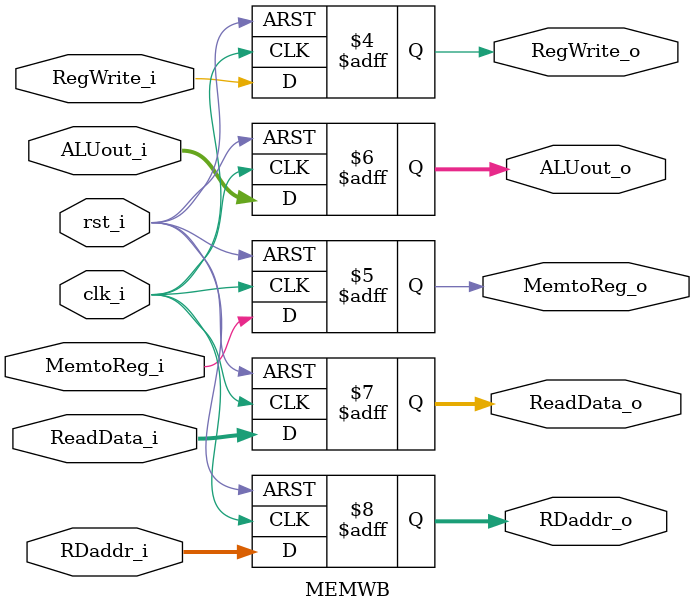
<source format=v>
module MEMWB
(
    rst_i,
    clk_i,
    RegWrite_i,
    MemtoReg_i,
    ALUout_i,
    ReadData_i,
    RDaddr_i,
    RegWrite_o,
    MemtoReg_o,
    ALUout_o,
    ReadData_o,
    RDaddr_o
);

    input    rst_i;
    input    clk_i;
    input    RegWrite_i;
    input    MemtoReg_i;
    input [31:0]  ALUout_i;
    input [31:0]  ReadData_i;
    input [4:0]   RDaddr_i;
    output reg    RegWrite_o;
    output reg    MemtoReg_o;
    output reg [31:0]  ALUout_o;
    output reg [31:0]  ReadData_o;
    output reg [4:0]   RDaddr_o;

    initial begin
        RegWrite_o = 1'b0;
        MemtoReg_o = 1'b0;
        ALUout_o = 32'b0;
        ReadData_o = 32'b0;
        RDaddr_o = 5'b0;
    end

    always@(posedge clk_i or negedge rst_i) begin
        if(~rst_i) begin
            RegWrite_o <= 1'b0;
            MemtoReg_o <= 1'b0;
            ALUout_o <= 32'b0;
            ReadData_o <= 32'b0;
            RDaddr_o <= 5'b0;
        end else begin
            RegWrite_o <= RegWrite_i;
            MemtoReg_o <= MemtoReg_i;
            ALUout_o <= ALUout_i;
            ReadData_o <= ReadData_i;
            RDaddr_o <= RDaddr_i;
        end
    end

endmodule
</source>
